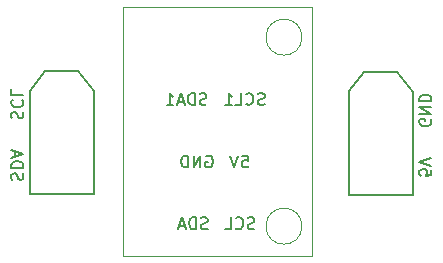
<source format=gbr>
%TF.GenerationSoftware,KiCad,Pcbnew,(7.0.0)*%
%TF.CreationDate,2023-11-14T12:36:05+01:00*%
%TF.ProjectId,Helios_PCB_female,48656c69-6f73-45f5-9043-425f66656d61,rev?*%
%TF.SameCoordinates,Original*%
%TF.FileFunction,Legend,Bot*%
%TF.FilePolarity,Positive*%
%FSLAX46Y46*%
G04 Gerber Fmt 4.6, Leading zero omitted, Abs format (unit mm)*
G04 Created by KiCad (PCBNEW (7.0.0)) date 2023-11-14 12:36:05*
%MOMM*%
%LPD*%
G01*
G04 APERTURE LIST*
%ADD10C,0.150000*%
%ADD11C,0.100000*%
G04 APERTURE END LIST*
D10*
X88798400Y-95173800D02*
X94208600Y-95173800D01*
X115798600Y-86461600D02*
X115798600Y-95199200D01*
X88798400Y-86436200D02*
X90093800Y-84759800D01*
X94208600Y-86461600D02*
X94208600Y-95173800D01*
X117094000Y-84785200D02*
X115798600Y-86461600D01*
X119913400Y-84785200D02*
X117094000Y-84785200D01*
X121208800Y-86487000D02*
X119913400Y-84785200D01*
X92913200Y-84759800D02*
X94208600Y-86461600D01*
X92913200Y-84759800D02*
X90093800Y-84759800D01*
X88798400Y-95173800D02*
X88798400Y-86436200D01*
X115798600Y-95199200D02*
X121208800Y-95199200D01*
X121208800Y-95199200D02*
X121208800Y-86487000D01*
X122793619Y-93090514D02*
X122793619Y-93566704D01*
X122793619Y-93566704D02*
X122317428Y-93614323D01*
X122317428Y-93614323D02*
X122365047Y-93566704D01*
X122365047Y-93566704D02*
X122412666Y-93471466D01*
X122412666Y-93471466D02*
X122412666Y-93233371D01*
X122412666Y-93233371D02*
X122365047Y-93138133D01*
X122365047Y-93138133D02*
X122317428Y-93090514D01*
X122317428Y-93090514D02*
X122222190Y-93042895D01*
X122222190Y-93042895D02*
X121984095Y-93042895D01*
X121984095Y-93042895D02*
X121888857Y-93090514D01*
X121888857Y-93090514D02*
X121841238Y-93138133D01*
X121841238Y-93138133D02*
X121793619Y-93233371D01*
X121793619Y-93233371D02*
X121793619Y-93471466D01*
X121793619Y-93471466D02*
X121841238Y-93566704D01*
X121841238Y-93566704D02*
X121888857Y-93614323D01*
X122793619Y-92757180D02*
X121793619Y-92423847D01*
X121793619Y-92423847D02*
X122793619Y-92090514D01*
X122746000Y-88833371D02*
X122793619Y-88928609D01*
X122793619Y-88928609D02*
X122793619Y-89071466D01*
X122793619Y-89071466D02*
X122746000Y-89214323D01*
X122746000Y-89214323D02*
X122650761Y-89309561D01*
X122650761Y-89309561D02*
X122555523Y-89357180D01*
X122555523Y-89357180D02*
X122365047Y-89404799D01*
X122365047Y-89404799D02*
X122222190Y-89404799D01*
X122222190Y-89404799D02*
X122031714Y-89357180D01*
X122031714Y-89357180D02*
X121936476Y-89309561D01*
X121936476Y-89309561D02*
X121841238Y-89214323D01*
X121841238Y-89214323D02*
X121793619Y-89071466D01*
X121793619Y-89071466D02*
X121793619Y-88976228D01*
X121793619Y-88976228D02*
X121841238Y-88833371D01*
X121841238Y-88833371D02*
X121888857Y-88785752D01*
X121888857Y-88785752D02*
X122222190Y-88785752D01*
X122222190Y-88785752D02*
X122222190Y-88976228D01*
X121793619Y-88357180D02*
X122793619Y-88357180D01*
X122793619Y-88357180D02*
X121793619Y-87785752D01*
X121793619Y-87785752D02*
X122793619Y-87785752D01*
X121793619Y-87309561D02*
X122793619Y-87309561D01*
X122793619Y-87309561D02*
X122793619Y-87071466D01*
X122793619Y-87071466D02*
X122746000Y-86928609D01*
X122746000Y-86928609D02*
X122650761Y-86833371D01*
X122650761Y-86833371D02*
X122555523Y-86785752D01*
X122555523Y-86785752D02*
X122365047Y-86738133D01*
X122365047Y-86738133D02*
X122222190Y-86738133D01*
X122222190Y-86738133D02*
X122031714Y-86785752D01*
X122031714Y-86785752D02*
X121936476Y-86833371D01*
X121936476Y-86833371D02*
X121841238Y-86928609D01*
X121841238Y-86928609D02*
X121793619Y-87071466D01*
X121793619Y-87071466D02*
X121793619Y-87309561D01*
X106778514Y-91898780D02*
X107254704Y-91898780D01*
X107254704Y-91898780D02*
X107302323Y-92374971D01*
X107302323Y-92374971D02*
X107254704Y-92327352D01*
X107254704Y-92327352D02*
X107159466Y-92279733D01*
X107159466Y-92279733D02*
X106921371Y-92279733D01*
X106921371Y-92279733D02*
X106826133Y-92327352D01*
X106826133Y-92327352D02*
X106778514Y-92374971D01*
X106778514Y-92374971D02*
X106730895Y-92470209D01*
X106730895Y-92470209D02*
X106730895Y-92708304D01*
X106730895Y-92708304D02*
X106778514Y-92803542D01*
X106778514Y-92803542D02*
X106826133Y-92851161D01*
X106826133Y-92851161D02*
X106921371Y-92898780D01*
X106921371Y-92898780D02*
X107159466Y-92898780D01*
X107159466Y-92898780D02*
X107254704Y-92851161D01*
X107254704Y-92851161D02*
X107302323Y-92803542D01*
X106445180Y-91898780D02*
X106111847Y-92898780D01*
X106111847Y-92898780D02*
X105778514Y-91898780D01*
X103721371Y-91946400D02*
X103816609Y-91898780D01*
X103816609Y-91898780D02*
X103959466Y-91898780D01*
X103959466Y-91898780D02*
X104102323Y-91946400D01*
X104102323Y-91946400D02*
X104197561Y-92041638D01*
X104197561Y-92041638D02*
X104245180Y-92136876D01*
X104245180Y-92136876D02*
X104292799Y-92327352D01*
X104292799Y-92327352D02*
X104292799Y-92470209D01*
X104292799Y-92470209D02*
X104245180Y-92660685D01*
X104245180Y-92660685D02*
X104197561Y-92755923D01*
X104197561Y-92755923D02*
X104102323Y-92851161D01*
X104102323Y-92851161D02*
X103959466Y-92898780D01*
X103959466Y-92898780D02*
X103864228Y-92898780D01*
X103864228Y-92898780D02*
X103721371Y-92851161D01*
X103721371Y-92851161D02*
X103673752Y-92803542D01*
X103673752Y-92803542D02*
X103673752Y-92470209D01*
X103673752Y-92470209D02*
X103864228Y-92470209D01*
X103245180Y-92898780D02*
X103245180Y-91898780D01*
X103245180Y-91898780D02*
X102673752Y-92898780D01*
X102673752Y-92898780D02*
X102673752Y-91898780D01*
X102197561Y-92898780D02*
X102197561Y-91898780D01*
X102197561Y-91898780D02*
X101959466Y-91898780D01*
X101959466Y-91898780D02*
X101816609Y-91946400D01*
X101816609Y-91946400D02*
X101721371Y-92041638D01*
X101721371Y-92041638D02*
X101673752Y-92136876D01*
X101673752Y-92136876D02*
X101626133Y-92327352D01*
X101626133Y-92327352D02*
X101626133Y-92470209D01*
X101626133Y-92470209D02*
X101673752Y-92660685D01*
X101673752Y-92660685D02*
X101721371Y-92755923D01*
X101721371Y-92755923D02*
X101816609Y-92851161D01*
X101816609Y-92851161D02*
X101959466Y-92898780D01*
X101959466Y-92898780D02*
X102197561Y-92898780D01*
X108673923Y-87567961D02*
X108531066Y-87615580D01*
X108531066Y-87615580D02*
X108292971Y-87615580D01*
X108292971Y-87615580D02*
X108197733Y-87567961D01*
X108197733Y-87567961D02*
X108150114Y-87520342D01*
X108150114Y-87520342D02*
X108102495Y-87425104D01*
X108102495Y-87425104D02*
X108102495Y-87329866D01*
X108102495Y-87329866D02*
X108150114Y-87234628D01*
X108150114Y-87234628D02*
X108197733Y-87187009D01*
X108197733Y-87187009D02*
X108292971Y-87139390D01*
X108292971Y-87139390D02*
X108483447Y-87091771D01*
X108483447Y-87091771D02*
X108578685Y-87044152D01*
X108578685Y-87044152D02*
X108626304Y-86996533D01*
X108626304Y-86996533D02*
X108673923Y-86901295D01*
X108673923Y-86901295D02*
X108673923Y-86806057D01*
X108673923Y-86806057D02*
X108626304Y-86710819D01*
X108626304Y-86710819D02*
X108578685Y-86663200D01*
X108578685Y-86663200D02*
X108483447Y-86615580D01*
X108483447Y-86615580D02*
X108245352Y-86615580D01*
X108245352Y-86615580D02*
X108102495Y-86663200D01*
X107102495Y-87520342D02*
X107150114Y-87567961D01*
X107150114Y-87567961D02*
X107292971Y-87615580D01*
X107292971Y-87615580D02*
X107388209Y-87615580D01*
X107388209Y-87615580D02*
X107531066Y-87567961D01*
X107531066Y-87567961D02*
X107626304Y-87472723D01*
X107626304Y-87472723D02*
X107673923Y-87377485D01*
X107673923Y-87377485D02*
X107721542Y-87187009D01*
X107721542Y-87187009D02*
X107721542Y-87044152D01*
X107721542Y-87044152D02*
X107673923Y-86853676D01*
X107673923Y-86853676D02*
X107626304Y-86758438D01*
X107626304Y-86758438D02*
X107531066Y-86663200D01*
X107531066Y-86663200D02*
X107388209Y-86615580D01*
X107388209Y-86615580D02*
X107292971Y-86615580D01*
X107292971Y-86615580D02*
X107150114Y-86663200D01*
X107150114Y-86663200D02*
X107102495Y-86710819D01*
X106197733Y-87615580D02*
X106673923Y-87615580D01*
X106673923Y-87615580D02*
X106673923Y-86615580D01*
X105340590Y-87615580D02*
X105912018Y-87615580D01*
X105626304Y-87615580D02*
X105626304Y-86615580D01*
X105626304Y-86615580D02*
X105721542Y-86758438D01*
X105721542Y-86758438D02*
X105816780Y-86853676D01*
X105816780Y-86853676D02*
X105912018Y-86901295D01*
X103759637Y-87567961D02*
X103616780Y-87615580D01*
X103616780Y-87615580D02*
X103378685Y-87615580D01*
X103378685Y-87615580D02*
X103283447Y-87567961D01*
X103283447Y-87567961D02*
X103235828Y-87520342D01*
X103235828Y-87520342D02*
X103188209Y-87425104D01*
X103188209Y-87425104D02*
X103188209Y-87329866D01*
X103188209Y-87329866D02*
X103235828Y-87234628D01*
X103235828Y-87234628D02*
X103283447Y-87187009D01*
X103283447Y-87187009D02*
X103378685Y-87139390D01*
X103378685Y-87139390D02*
X103569161Y-87091771D01*
X103569161Y-87091771D02*
X103664399Y-87044152D01*
X103664399Y-87044152D02*
X103712018Y-86996533D01*
X103712018Y-86996533D02*
X103759637Y-86901295D01*
X103759637Y-86901295D02*
X103759637Y-86806057D01*
X103759637Y-86806057D02*
X103712018Y-86710819D01*
X103712018Y-86710819D02*
X103664399Y-86663200D01*
X103664399Y-86663200D02*
X103569161Y-86615580D01*
X103569161Y-86615580D02*
X103331066Y-86615580D01*
X103331066Y-86615580D02*
X103188209Y-86663200D01*
X102759637Y-87615580D02*
X102759637Y-86615580D01*
X102759637Y-86615580D02*
X102521542Y-86615580D01*
X102521542Y-86615580D02*
X102378685Y-86663200D01*
X102378685Y-86663200D02*
X102283447Y-86758438D01*
X102283447Y-86758438D02*
X102235828Y-86853676D01*
X102235828Y-86853676D02*
X102188209Y-87044152D01*
X102188209Y-87044152D02*
X102188209Y-87187009D01*
X102188209Y-87187009D02*
X102235828Y-87377485D01*
X102235828Y-87377485D02*
X102283447Y-87472723D01*
X102283447Y-87472723D02*
X102378685Y-87567961D01*
X102378685Y-87567961D02*
X102521542Y-87615580D01*
X102521542Y-87615580D02*
X102759637Y-87615580D01*
X101807256Y-87329866D02*
X101331066Y-87329866D01*
X101902494Y-87615580D02*
X101569161Y-86615580D01*
X101569161Y-86615580D02*
X101235828Y-87615580D01*
X100378685Y-87615580D02*
X100950113Y-87615580D01*
X100664399Y-87615580D02*
X100664399Y-86615580D01*
X100664399Y-86615580D02*
X100759637Y-86758438D01*
X100759637Y-86758438D02*
X100854875Y-86853676D01*
X100854875Y-86853676D02*
X100950113Y-86901295D01*
X107810323Y-98083561D02*
X107667466Y-98131180D01*
X107667466Y-98131180D02*
X107429371Y-98131180D01*
X107429371Y-98131180D02*
X107334133Y-98083561D01*
X107334133Y-98083561D02*
X107286514Y-98035942D01*
X107286514Y-98035942D02*
X107238895Y-97940704D01*
X107238895Y-97940704D02*
X107238895Y-97845466D01*
X107238895Y-97845466D02*
X107286514Y-97750228D01*
X107286514Y-97750228D02*
X107334133Y-97702609D01*
X107334133Y-97702609D02*
X107429371Y-97654990D01*
X107429371Y-97654990D02*
X107619847Y-97607371D01*
X107619847Y-97607371D02*
X107715085Y-97559752D01*
X107715085Y-97559752D02*
X107762704Y-97512133D01*
X107762704Y-97512133D02*
X107810323Y-97416895D01*
X107810323Y-97416895D02*
X107810323Y-97321657D01*
X107810323Y-97321657D02*
X107762704Y-97226419D01*
X107762704Y-97226419D02*
X107715085Y-97178800D01*
X107715085Y-97178800D02*
X107619847Y-97131180D01*
X107619847Y-97131180D02*
X107381752Y-97131180D01*
X107381752Y-97131180D02*
X107238895Y-97178800D01*
X106238895Y-98035942D02*
X106286514Y-98083561D01*
X106286514Y-98083561D02*
X106429371Y-98131180D01*
X106429371Y-98131180D02*
X106524609Y-98131180D01*
X106524609Y-98131180D02*
X106667466Y-98083561D01*
X106667466Y-98083561D02*
X106762704Y-97988323D01*
X106762704Y-97988323D02*
X106810323Y-97893085D01*
X106810323Y-97893085D02*
X106857942Y-97702609D01*
X106857942Y-97702609D02*
X106857942Y-97559752D01*
X106857942Y-97559752D02*
X106810323Y-97369276D01*
X106810323Y-97369276D02*
X106762704Y-97274038D01*
X106762704Y-97274038D02*
X106667466Y-97178800D01*
X106667466Y-97178800D02*
X106524609Y-97131180D01*
X106524609Y-97131180D02*
X106429371Y-97131180D01*
X106429371Y-97131180D02*
X106286514Y-97178800D01*
X106286514Y-97178800D02*
X106238895Y-97226419D01*
X105334133Y-98131180D02*
X105810323Y-98131180D01*
X105810323Y-98131180D02*
X105810323Y-97131180D01*
X103848418Y-98083561D02*
X103705561Y-98131180D01*
X103705561Y-98131180D02*
X103467466Y-98131180D01*
X103467466Y-98131180D02*
X103372228Y-98083561D01*
X103372228Y-98083561D02*
X103324609Y-98035942D01*
X103324609Y-98035942D02*
X103276990Y-97940704D01*
X103276990Y-97940704D02*
X103276990Y-97845466D01*
X103276990Y-97845466D02*
X103324609Y-97750228D01*
X103324609Y-97750228D02*
X103372228Y-97702609D01*
X103372228Y-97702609D02*
X103467466Y-97654990D01*
X103467466Y-97654990D02*
X103657942Y-97607371D01*
X103657942Y-97607371D02*
X103753180Y-97559752D01*
X103753180Y-97559752D02*
X103800799Y-97512133D01*
X103800799Y-97512133D02*
X103848418Y-97416895D01*
X103848418Y-97416895D02*
X103848418Y-97321657D01*
X103848418Y-97321657D02*
X103800799Y-97226419D01*
X103800799Y-97226419D02*
X103753180Y-97178800D01*
X103753180Y-97178800D02*
X103657942Y-97131180D01*
X103657942Y-97131180D02*
X103419847Y-97131180D01*
X103419847Y-97131180D02*
X103276990Y-97178800D01*
X102848418Y-98131180D02*
X102848418Y-97131180D01*
X102848418Y-97131180D02*
X102610323Y-97131180D01*
X102610323Y-97131180D02*
X102467466Y-97178800D01*
X102467466Y-97178800D02*
X102372228Y-97274038D01*
X102372228Y-97274038D02*
X102324609Y-97369276D01*
X102324609Y-97369276D02*
X102276990Y-97559752D01*
X102276990Y-97559752D02*
X102276990Y-97702609D01*
X102276990Y-97702609D02*
X102324609Y-97893085D01*
X102324609Y-97893085D02*
X102372228Y-97988323D01*
X102372228Y-97988323D02*
X102467466Y-98083561D01*
X102467466Y-98083561D02*
X102610323Y-98131180D01*
X102610323Y-98131180D02*
X102848418Y-98131180D01*
X101896037Y-97845466D02*
X101419847Y-97845466D01*
X101991275Y-98131180D02*
X101657942Y-97131180D01*
X101657942Y-97131180D02*
X101324609Y-98131180D01*
X87293638Y-93960323D02*
X87246019Y-93817466D01*
X87246019Y-93817466D02*
X87246019Y-93579371D01*
X87246019Y-93579371D02*
X87293638Y-93484133D01*
X87293638Y-93484133D02*
X87341257Y-93436514D01*
X87341257Y-93436514D02*
X87436495Y-93388895D01*
X87436495Y-93388895D02*
X87531733Y-93388895D01*
X87531733Y-93388895D02*
X87626971Y-93436514D01*
X87626971Y-93436514D02*
X87674590Y-93484133D01*
X87674590Y-93484133D02*
X87722209Y-93579371D01*
X87722209Y-93579371D02*
X87769828Y-93769847D01*
X87769828Y-93769847D02*
X87817447Y-93865085D01*
X87817447Y-93865085D02*
X87865066Y-93912704D01*
X87865066Y-93912704D02*
X87960304Y-93960323D01*
X87960304Y-93960323D02*
X88055542Y-93960323D01*
X88055542Y-93960323D02*
X88150780Y-93912704D01*
X88150780Y-93912704D02*
X88198400Y-93865085D01*
X88198400Y-93865085D02*
X88246019Y-93769847D01*
X88246019Y-93769847D02*
X88246019Y-93531752D01*
X88246019Y-93531752D02*
X88198400Y-93388895D01*
X87246019Y-92960323D02*
X88246019Y-92960323D01*
X88246019Y-92960323D02*
X88246019Y-92722228D01*
X88246019Y-92722228D02*
X88198400Y-92579371D01*
X88198400Y-92579371D02*
X88103161Y-92484133D01*
X88103161Y-92484133D02*
X88007923Y-92436514D01*
X88007923Y-92436514D02*
X87817447Y-92388895D01*
X87817447Y-92388895D02*
X87674590Y-92388895D01*
X87674590Y-92388895D02*
X87484114Y-92436514D01*
X87484114Y-92436514D02*
X87388876Y-92484133D01*
X87388876Y-92484133D02*
X87293638Y-92579371D01*
X87293638Y-92579371D02*
X87246019Y-92722228D01*
X87246019Y-92722228D02*
X87246019Y-92960323D01*
X87531733Y-92007942D02*
X87531733Y-91531752D01*
X87246019Y-92103180D02*
X88246019Y-91769847D01*
X88246019Y-91769847D02*
X87246019Y-91436514D01*
X87293638Y-88750799D02*
X87246019Y-88607942D01*
X87246019Y-88607942D02*
X87246019Y-88369847D01*
X87246019Y-88369847D02*
X87293638Y-88274609D01*
X87293638Y-88274609D02*
X87341257Y-88226990D01*
X87341257Y-88226990D02*
X87436495Y-88179371D01*
X87436495Y-88179371D02*
X87531733Y-88179371D01*
X87531733Y-88179371D02*
X87626971Y-88226990D01*
X87626971Y-88226990D02*
X87674590Y-88274609D01*
X87674590Y-88274609D02*
X87722209Y-88369847D01*
X87722209Y-88369847D02*
X87769828Y-88560323D01*
X87769828Y-88560323D02*
X87817447Y-88655561D01*
X87817447Y-88655561D02*
X87865066Y-88703180D01*
X87865066Y-88703180D02*
X87960304Y-88750799D01*
X87960304Y-88750799D02*
X88055542Y-88750799D01*
X88055542Y-88750799D02*
X88150780Y-88703180D01*
X88150780Y-88703180D02*
X88198400Y-88655561D01*
X88198400Y-88655561D02*
X88246019Y-88560323D01*
X88246019Y-88560323D02*
X88246019Y-88322228D01*
X88246019Y-88322228D02*
X88198400Y-88179371D01*
X87341257Y-87179371D02*
X87293638Y-87226990D01*
X87293638Y-87226990D02*
X87246019Y-87369847D01*
X87246019Y-87369847D02*
X87246019Y-87465085D01*
X87246019Y-87465085D02*
X87293638Y-87607942D01*
X87293638Y-87607942D02*
X87388876Y-87703180D01*
X87388876Y-87703180D02*
X87484114Y-87750799D01*
X87484114Y-87750799D02*
X87674590Y-87798418D01*
X87674590Y-87798418D02*
X87817447Y-87798418D01*
X87817447Y-87798418D02*
X88007923Y-87750799D01*
X88007923Y-87750799D02*
X88103161Y-87703180D01*
X88103161Y-87703180D02*
X88198400Y-87607942D01*
X88198400Y-87607942D02*
X88246019Y-87465085D01*
X88246019Y-87465085D02*
X88246019Y-87369847D01*
X88246019Y-87369847D02*
X88198400Y-87226990D01*
X88198400Y-87226990D02*
X88150780Y-87179371D01*
X87246019Y-86274609D02*
X87246019Y-86750799D01*
X87246019Y-86750799D02*
X88246019Y-86750799D01*
D11*
%TO.C,MPU1*%
X112731000Y-79332000D02*
X96729000Y-79332000D01*
X96729000Y-79332000D02*
X96729000Y-100414000D01*
X96729000Y-100414000D02*
X112731000Y-100414000D01*
X112731000Y-100414000D02*
X112731000Y-79332000D01*
X111842000Y-81872000D02*
G75*
G03*
X111842000Y-81872000I-1524000J0D01*
G01*
X111842000Y-97874000D02*
G75*
G03*
X111842000Y-97874000I-1524000J0D01*
G01*
%TD*%
M02*

</source>
